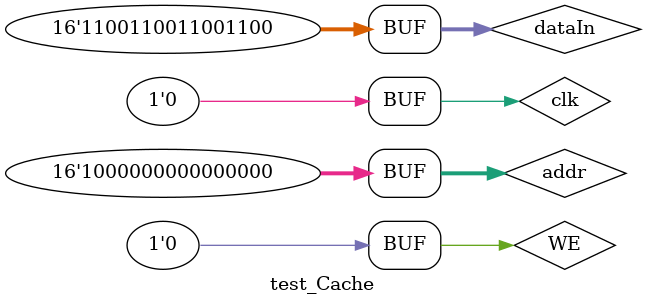
<source format=v>
`timescale 1ns / 1ps


module test_Cache;

	// Inputs
	reg [15:0] dataIn;
	reg WE;
	reg [15:0] addr;
	reg clk;

	// Outputs
	wire [15:0] dataOut;

	// Instantiate the Unit Under Test (UUT)
	mod_Cache uut (
		.dataIn(dataIn), 
		.dataOut(dataOut), 
		.WE(WE), 
		.addr(addr), 
		.clk(clk)
	);

	initial begin
		// Initialize Inputs
		dataIn = 16'haaaa;
		addr = 0;
		clk = 0;


		WE = 1;
		#100;
		clk = 1;
		#100;
		clk = 0;
		addr = 1;
		dataIn = 16'hbbbb;
		#100;
		clk = 1;
		#100;
		clk = 0;		
		addr = 16'h8000;
		dataIn = 16'hcccc;
		#100;
		clk = 1;
		#100;
		clk = 0;
		WE = 0;
		addr = 0;
		#100;
		clk = 1;
		#100;
		clk = 0;
		addr = 1;
		#100;
		clk = 1;
		#100;
		clk = 0;
		addr = 16'h8000;
		#100;
		clk = 1;
		#100;
		clk = 0;		
		
	end
      
endmodule


</source>
